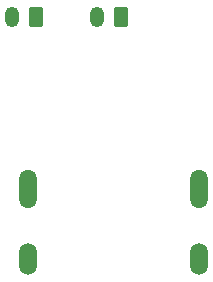
<source format=gbr>
%TF.GenerationSoftware,KiCad,Pcbnew,(6.0.5)*%
%TF.CreationDate,2022-06-07T12:49:24-06:00*%
%TF.ProjectId,15Pin_Fanout,31355069-6e5f-4466-916e-6f75742e6b69,rev?*%
%TF.SameCoordinates,Original*%
%TF.FileFunction,Soldermask,Bot*%
%TF.FilePolarity,Negative*%
%FSLAX46Y46*%
G04 Gerber Fmt 4.6, Leading zero omitted, Abs format (unit mm)*
G04 Created by KiCad (PCBNEW (6.0.5)) date 2022-06-07 12:49:24*
%MOMM*%
%LPD*%
G01*
G04 APERTURE LIST*
G04 Aperture macros list*
%AMRoundRect*
0 Rectangle with rounded corners*
0 $1 Rounding radius*
0 $2 $3 $4 $5 $6 $7 $8 $9 X,Y pos of 4 corners*
0 Add a 4 corners polygon primitive as box body*
4,1,4,$2,$3,$4,$5,$6,$7,$8,$9,$2,$3,0*
0 Add four circle primitives for the rounded corners*
1,1,$1+$1,$2,$3*
1,1,$1+$1,$4,$5*
1,1,$1+$1,$6,$7*
1,1,$1+$1,$8,$9*
0 Add four rect primitives between the rounded corners*
20,1,$1+$1,$2,$3,$4,$5,0*
20,1,$1+$1,$4,$5,$6,$7,0*
20,1,$1+$1,$6,$7,$8,$9,0*
20,1,$1+$1,$8,$9,$2,$3,0*%
G04 Aperture macros list end*
%ADD10RoundRect,0.250000X0.350000X0.625000X-0.350000X0.625000X-0.350000X-0.625000X0.350000X-0.625000X0*%
%ADD11O,1.200000X1.750000*%
%ADD12O,1.500000X2.700000*%
%ADD13O,1.500000X3.300000*%
G04 APERTURE END LIST*
D10*
%TO.C,J3*%
X-6550000Y17100000D03*
D11*
X-8550000Y17100000D03*
%TD*%
D10*
%TO.C,J2*%
X650000Y17100000D03*
D11*
X-1350000Y17100000D03*
%TD*%
D12*
%TO.C,J1*%
X7250000Y-3396000D03*
X-7250000Y-3396000D03*
D13*
X7250000Y2564000D03*
X-7250000Y2564000D03*
%TD*%
M02*

</source>
